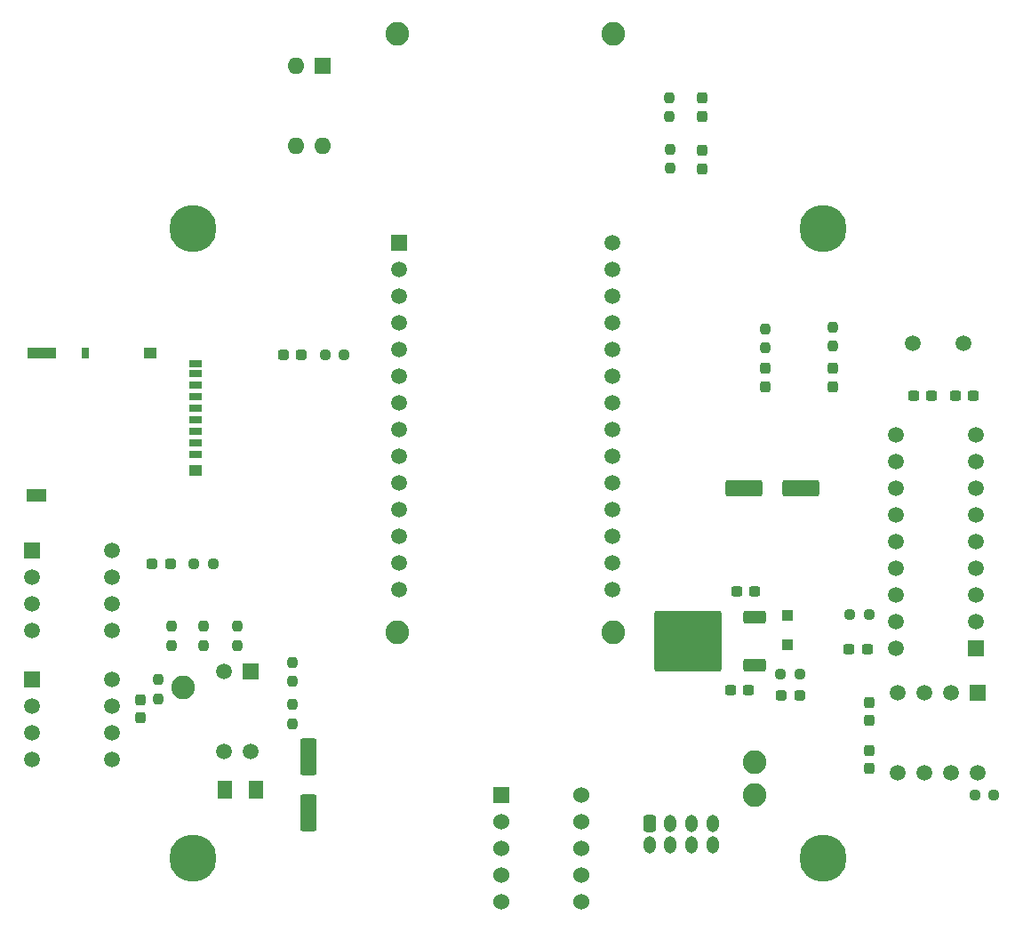
<source format=gbr>
%TF.GenerationSoftware,KiCad,Pcbnew,7.0.1-0*%
%TF.CreationDate,2023-05-23T13:55:37+09:00*%
%TF.ProjectId,MissionModule,4d697373-696f-46e4-9d6f-64756c652e6b,rev?*%
%TF.SameCoordinates,Original*%
%TF.FileFunction,Soldermask,Top*%
%TF.FilePolarity,Negative*%
%FSLAX46Y46*%
G04 Gerber Fmt 4.6, Leading zero omitted, Abs format (unit mm)*
G04 Created by KiCad (PCBNEW 7.0.1-0) date 2023-05-23 13:55:37*
%MOMM*%
%LPD*%
G01*
G04 APERTURE LIST*
G04 Aperture macros list*
%AMRoundRect*
0 Rectangle with rounded corners*
0 $1 Rounding radius*
0 $2 $3 $4 $5 $6 $7 $8 $9 X,Y pos of 4 corners*
0 Add a 4 corners polygon primitive as box body*
4,1,4,$2,$3,$4,$5,$6,$7,$8,$9,$2,$3,0*
0 Add four circle primitives for the rounded corners*
1,1,$1+$1,$2,$3*
1,1,$1+$1,$4,$5*
1,1,$1+$1,$6,$7*
1,1,$1+$1,$8,$9*
0 Add four rect primitives between the rounded corners*
20,1,$1+$1,$2,$3,$4,$5,0*
20,1,$1+$1,$4,$5,$6,$7,0*
20,1,$1+$1,$6,$7,$8,$9,0*
20,1,$1+$1,$8,$9,$2,$3,0*%
G04 Aperture macros list end*
%ADD10RoundRect,0.250001X0.462499X0.624999X-0.462499X0.624999X-0.462499X-0.624999X0.462499X-0.624999X0*%
%ADD11RoundRect,0.237500X0.250000X0.237500X-0.250000X0.237500X-0.250000X-0.237500X0.250000X-0.237500X0*%
%ADD12C,4.500000*%
%ADD13C,2.250000*%
%ADD14RoundRect,0.237500X-0.237500X0.250000X-0.237500X-0.250000X0.237500X-0.250000X0.237500X0.250000X0*%
%ADD15RoundRect,0.237500X-0.300000X-0.237500X0.300000X-0.237500X0.300000X0.237500X-0.300000X0.237500X0*%
%ADD16RoundRect,0.237500X0.237500X-0.300000X0.237500X0.300000X-0.237500X0.300000X-0.237500X-0.300000X0*%
%ADD17RoundRect,0.237500X0.237500X-0.250000X0.237500X0.250000X-0.237500X0.250000X-0.237500X-0.250000X0*%
%ADD18RoundRect,0.237500X-0.250000X-0.237500X0.250000X-0.237500X0.250000X0.237500X-0.250000X0.237500X0*%
%ADD19RoundRect,0.237500X-0.237500X0.287500X-0.237500X-0.287500X0.237500X-0.287500X0.237500X0.287500X0*%
%ADD20R,1.500000X1.500000*%
%ADD21C,1.500000*%
%ADD22RoundRect,0.237500X0.237500X-0.287500X0.237500X0.287500X-0.237500X0.287500X-0.237500X-0.287500X0*%
%ADD23RoundRect,0.250000X-1.500000X-0.550000X1.500000X-0.550000X1.500000X0.550000X-1.500000X0.550000X0*%
%ADD24R,1.530000X1.530000*%
%ADD25C,1.530000*%
%ADD26RoundRect,0.237500X0.287500X0.237500X-0.287500X0.237500X-0.287500X-0.237500X0.287500X-0.237500X0*%
%ADD27R,1.600000X1.600000*%
%ADD28O,1.600000X1.600000*%
%ADD29R,1.508000X1.508000*%
%ADD30C,1.508000*%
%ADD31RoundRect,0.250000X0.850000X0.350000X-0.850000X0.350000X-0.850000X-0.350000X0.850000X-0.350000X0*%
%ADD32RoundRect,0.249997X2.950003X2.650003X-2.950003X2.650003X-2.950003X-2.650003X2.950003X-2.650003X0*%
%ADD33RoundRect,0.237500X0.300000X0.237500X-0.300000X0.237500X-0.300000X-0.237500X0.300000X-0.237500X0*%
%ADD34RoundRect,0.237500X-0.287500X-0.237500X0.287500X-0.237500X0.287500X0.237500X-0.287500X0.237500X0*%
%ADD35RoundRect,0.250000X-0.550000X1.500000X-0.550000X-1.500000X0.550000X-1.500000X0.550000X1.500000X0*%
%ADD36RoundRect,0.250000X0.300000X-0.300000X0.300000X0.300000X-0.300000X0.300000X-0.300000X-0.300000X0*%
%ADD37R,1.200000X0.700000*%
%ADD38R,0.800000X1.000000*%
%ADD39R,1.200000X1.000000*%
%ADD40R,2.800000X1.000000*%
%ADD41R,1.900000X1.300000*%
%ADD42RoundRect,0.250000X-0.350000X-0.560000X0.350000X-0.560000X0.350000X0.560000X-0.350000X0.560000X0*%
%ADD43O,1.200000X1.650000*%
G04 APERTURE END LIST*
D10*
%TO.C,F1*%
X124487500Y-128500000D03*
X121512500Y-128500000D03*
%TD*%
D11*
%TO.C,R11*%
X120412500Y-107000000D03*
X118587500Y-107000000D03*
%TD*%
D12*
%TO.C,REF\u002A\u002A*%
X178500000Y-75000000D03*
%TD*%
D13*
%TO.C,TP1*%
X172000000Y-128999432D03*
%TD*%
D14*
%TO.C,R7*%
X163912500Y-62575000D03*
X163912500Y-64400000D03*
%TD*%
D15*
%TO.C,C6*%
X187137500Y-91000000D03*
X188862500Y-91000000D03*
%TD*%
D16*
%TO.C,C2*%
X182917000Y-121863932D03*
X182917000Y-120138932D03*
%TD*%
D17*
%TO.C,R12*%
X122750000Y-114750000D03*
X122750000Y-112925000D03*
%TD*%
D18*
%TO.C,R3*%
X181095000Y-111790000D03*
X182920000Y-111790000D03*
%TD*%
D19*
%TO.C,D5*%
X167000000Y-67625000D03*
X167000000Y-69375000D03*
%TD*%
D13*
%TO.C,TP3*%
X117600000Y-118699432D03*
%TD*%
D20*
%TO.C,U8*%
X103200000Y-105700000D03*
D21*
X103200000Y-108240000D03*
X103200000Y-110780000D03*
X103200000Y-113320000D03*
X110820000Y-113320000D03*
X110820000Y-110780000D03*
X110820000Y-108240000D03*
X110820000Y-105700000D03*
%TD*%
D13*
%TO.C,TP2*%
X172000000Y-125799432D03*
%TD*%
D22*
%TO.C,D3*%
X179500000Y-90125000D03*
X179500000Y-88375000D03*
%TD*%
D20*
%TO.C,U5*%
X124025000Y-117200000D03*
D21*
X121485000Y-117200000D03*
X121485000Y-124820000D03*
X124025000Y-124820000D03*
%TD*%
D11*
%TO.C,R15*%
X132900000Y-87099432D03*
X131075000Y-87099432D03*
%TD*%
D23*
%TO.C,C8*%
X171000000Y-99799432D03*
X176400000Y-99799432D03*
%TD*%
D14*
%TO.C,R6*%
X164000000Y-67500000D03*
X164000000Y-69325000D03*
%TD*%
%TO.C,R8*%
X128000000Y-120337500D03*
X128000000Y-122162500D03*
%TD*%
%TO.C,R4*%
X179500000Y-84425000D03*
X179500000Y-86250000D03*
%TD*%
D19*
%TO.C,D6*%
X167000000Y-62612500D03*
X167000000Y-64362500D03*
%TD*%
D17*
%TO.C,R13*%
X119500000Y-114750000D03*
X119500000Y-112925000D03*
%TD*%
D22*
%TO.C,D4*%
X173000000Y-90125000D03*
X173000000Y-88375000D03*
%TD*%
D21*
%TO.C,Y1*%
X187050000Y-86000000D03*
X191930000Y-86000000D03*
%TD*%
D24*
%TO.C,U4*%
X147880000Y-128972500D03*
D25*
X147880000Y-131512500D03*
X147880000Y-134052500D03*
X147880000Y-136592500D03*
X147880000Y-139132500D03*
X155500000Y-139132500D03*
X155500000Y-136592500D03*
X155500000Y-134052500D03*
X155500000Y-131512500D03*
X155500000Y-128972500D03*
%TD*%
D17*
%TO.C,R14*%
X116500000Y-114750000D03*
X116500000Y-112925000D03*
%TD*%
D26*
%TO.C,D1*%
X176287500Y-119500000D03*
X174537500Y-119500000D03*
%TD*%
D12*
%TO.C,REF\u002A\u002A*%
X118500000Y-135000000D03*
%TD*%
D20*
%TO.C,U1*%
X193300000Y-119200000D03*
D21*
X190760000Y-119200000D03*
X188220000Y-119200000D03*
X185680000Y-119200000D03*
X185680000Y-126820000D03*
X188220000Y-126820000D03*
X190760000Y-126820000D03*
X193300000Y-126820000D03*
%TD*%
D27*
%TO.C,SW1*%
X130850000Y-59574432D03*
D28*
X128310000Y-59574432D03*
X128310000Y-67194432D03*
X130850000Y-67194432D03*
%TD*%
D13*
%TO.C,U6*%
X158512500Y-56475000D03*
X138012500Y-56475000D03*
X158512500Y-113475000D03*
X138012500Y-113475000D03*
D29*
X138102500Y-76359800D03*
D30*
X138102500Y-78899800D03*
X138102500Y-81439800D03*
X138102500Y-83979800D03*
X138102500Y-86519800D03*
X138102500Y-89059800D03*
X138102500Y-91599800D03*
X138102500Y-94139800D03*
X138102500Y-96679800D03*
X138102500Y-99219800D03*
X138102500Y-101759800D03*
X138102500Y-104299800D03*
X138102500Y-106839800D03*
X138102500Y-109379800D03*
X158422500Y-109379800D03*
X158422500Y-106839800D03*
X158422500Y-104299800D03*
X158422500Y-101759800D03*
X158422500Y-99219800D03*
X158422500Y-96679800D03*
X158422500Y-94139800D03*
X158422500Y-91599800D03*
X158422500Y-89059800D03*
X158422500Y-86519800D03*
X158422500Y-83979800D03*
X158422500Y-81439800D03*
X158422500Y-78899800D03*
X158422500Y-76359800D03*
%TD*%
D31*
%TO.C,U3*%
X172000000Y-116579432D03*
D32*
X165700000Y-114299432D03*
D31*
X172000000Y-112019432D03*
%TD*%
D33*
%TO.C,C7*%
X172012500Y-109599432D03*
X170287500Y-109599432D03*
%TD*%
D12*
%TO.C,REF\u002A\u002A*%
X178500000Y-135000000D03*
%TD*%
D33*
%TO.C,C3*%
X171412500Y-118999432D03*
X169687500Y-118999432D03*
%TD*%
D34*
%TO.C,D7*%
X114625000Y-107000000D03*
X116375000Y-107000000D03*
%TD*%
D35*
%TO.C,C9*%
X129500000Y-125300000D03*
X129500000Y-130700000D03*
%TD*%
D20*
%TO.C,U7*%
X103200000Y-117950000D03*
D21*
X103200000Y-120490000D03*
X103200000Y-123030000D03*
X103200000Y-125570000D03*
X110820000Y-125570000D03*
X110820000Y-123030000D03*
X110820000Y-120490000D03*
X110820000Y-117950000D03*
%TD*%
D36*
%TO.C,D2*%
X175160306Y-114680000D03*
X175160306Y-111880000D03*
%TD*%
D11*
%TO.C,R2*%
X176325000Y-117500000D03*
X174500000Y-117500000D03*
%TD*%
D16*
%TO.C,C4*%
X182917000Y-126462500D03*
X182917000Y-124737500D03*
%TD*%
D18*
%TO.C,R1*%
X192987500Y-129000000D03*
X194812500Y-129000000D03*
%TD*%
D12*
%TO.C,REF\u002A\u002A*%
X118500000Y-75000000D03*
%TD*%
D33*
%TO.C,C1*%
X192862500Y-91000000D03*
X191137500Y-91000000D03*
%TD*%
D34*
%TO.C,D8*%
X127112500Y-87099432D03*
X128862500Y-87099432D03*
%TD*%
D22*
%TO.C,D9*%
X113500000Y-121625000D03*
X113500000Y-119875000D03*
%TD*%
D14*
%TO.C,R10*%
X128000000Y-116337500D03*
X128000000Y-118162500D03*
%TD*%
D37*
%TO.C,J2*%
X118725000Y-96525000D03*
X118725000Y-95425000D03*
X118725000Y-94325000D03*
X118725000Y-93225000D03*
X118725000Y-92125000D03*
X118725000Y-91025000D03*
X118725000Y-89925000D03*
X118725000Y-88825000D03*
X118725000Y-87875000D03*
D38*
X108225000Y-86925000D03*
D39*
X114425000Y-86925000D03*
D40*
X104075000Y-86925000D03*
D39*
X118725000Y-98075000D03*
D41*
X103625000Y-100425000D03*
%TD*%
D33*
%TO.C,C5*%
X182745000Y-115100000D03*
X181020000Y-115100000D03*
%TD*%
D20*
%TO.C,U2*%
X193120000Y-115040000D03*
D21*
X193120000Y-112500000D03*
X193120000Y-109960000D03*
X193120000Y-107420000D03*
X193120000Y-104880000D03*
X193120000Y-102340000D03*
X193120000Y-99800000D03*
X193120000Y-97260000D03*
X193120000Y-94720000D03*
X185500000Y-94720000D03*
X185500000Y-97260000D03*
X185500000Y-99800000D03*
X185500000Y-102340000D03*
X185500000Y-104880000D03*
X185500000Y-107420000D03*
X185500000Y-109960000D03*
X185500000Y-112500000D03*
X185500000Y-115040000D03*
%TD*%
D14*
%TO.C,R5*%
X173000000Y-84587500D03*
X173000000Y-86412500D03*
%TD*%
%TO.C,R9*%
X115200000Y-118000000D03*
X115200000Y-119825000D03*
%TD*%
D42*
%TO.C,J1*%
X162000000Y-131690000D03*
D43*
X162000000Y-133690000D03*
X164000000Y-131690000D03*
X164000000Y-133690000D03*
X166000000Y-131690000D03*
X166000000Y-133690000D03*
X168000000Y-131690000D03*
X168000000Y-133690000D03*
%TD*%
M02*

</source>
